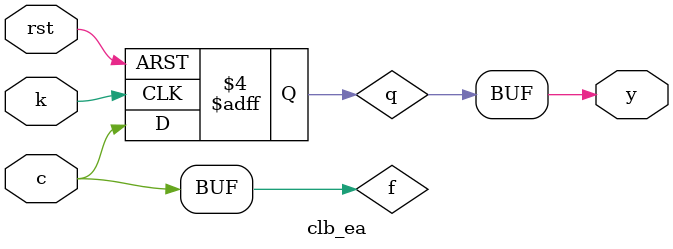
<source format=v>
module clb_ea(
	input c,
	input k,
	input rst,
	output y
);

	wire f;
	reg q;
	
	assign f = c | c;
	
	always @(posedge k, negedge rst) begin
		if (rst == 1'b0) begin
			q <= 1'b0;
		end else begin
			q <= f;
		end
	end
	
	assign y = q;

endmodule

</source>
